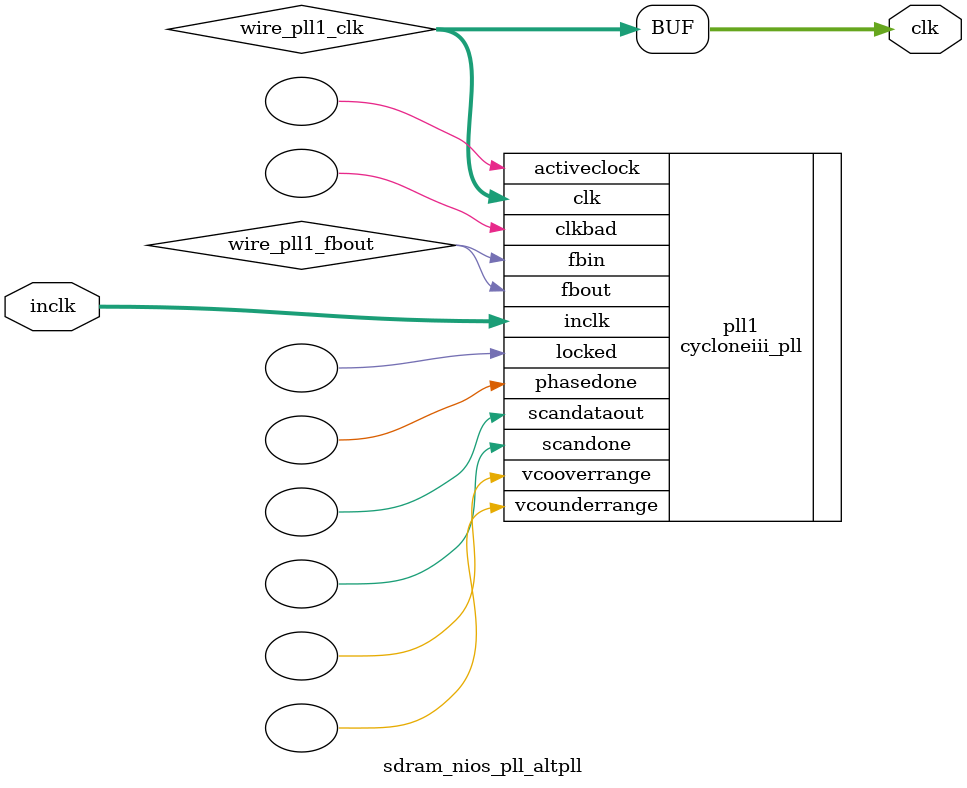
<source format=v>






//synthesis_resources = cycloneiii_pll 1 
//synopsys translate_off
`timescale 1 ps / 1 ps
//synopsys translate_on
module  sdram_nios_pll_altpll
	( 
	clk,
	inclk) /* synthesis synthesis_clearbox=1 */;
	output   [4:0]  clk;
	input   [1:0]  inclk;
`ifndef ALTERA_RESERVED_QIS
// synopsys translate_off
`endif
	tri0   [1:0]  inclk;
`ifndef ALTERA_RESERVED_QIS
// synopsys translate_on
`endif

	wire  [4:0]   wire_pll1_clk;
	wire  wire_pll1_fbout;

	cycloneiii_pll   pll1
	( 
	.activeclock(),
	.clk(wire_pll1_clk),
	.clkbad(),
	.fbin(wire_pll1_fbout),
	.fbout(wire_pll1_fbout),
	.inclk(inclk),
	.locked(),
	.phasedone(),
	.scandataout(),
	.scandone(),
	.vcooverrange(),
	.vcounderrange()
	`ifndef FORMAL_VERIFICATION
	// synopsys translate_off
	`endif
	,
	.areset(1'b0),
	.clkswitch(1'b0),
	.configupdate(1'b0),
	.pfdena(1'b1),
	.phasecounterselect({3{1'b0}}),
	.phasestep(1'b0),
	.phaseupdown(1'b0),
	.scanclk(1'b0),
	.scanclkena(1'b1),
	.scandata(1'b0)
	`ifndef FORMAL_VERIFICATION
	// synopsys translate_on
	`endif
	);
	defparam
		pll1.bandwidth_type = "auto",
		pll1.clk0_divide_by = 1,
		pll1.clk0_duty_cycle = 50,
		pll1.clk0_multiply_by = 1,
		pll1.clk0_phase_shift = "0",
		pll1.clk1_divide_by = 1,
		pll1.clk1_duty_cycle = 50,
		pll1.clk1_multiply_by = 1,
		pll1.clk1_phase_shift = "-3000",
		pll1.compensate_clock = "clk0",
		pll1.inclk0_input_frequency = 20000,
		pll1.operation_mode = "normal",
		pll1.pll_type = "auto",
		pll1.lpm_type = "cycloneiii_pll";
	assign
		clk = {wire_pll1_clk[4:0]};
endmodule //sdram_nios_pll_altpll
//VALID FILE

</source>
